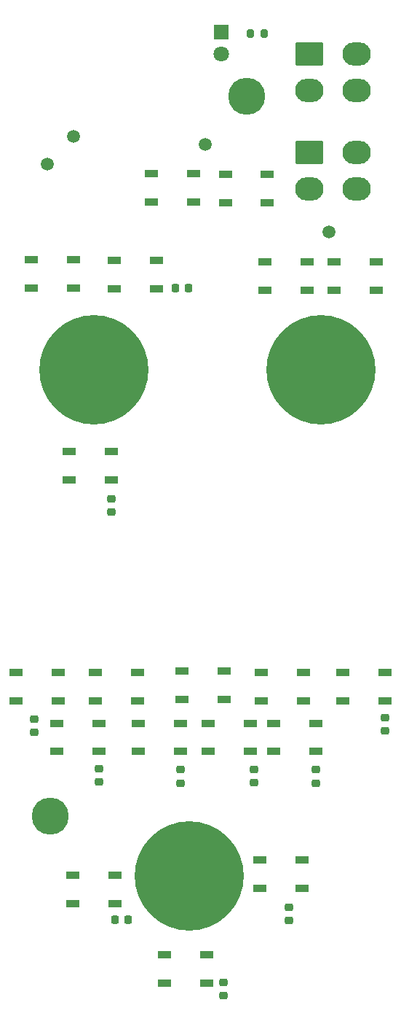
<source format=gbr>
%TF.GenerationSoftware,KiCad,Pcbnew,7.0.1*%
%TF.CreationDate,2023-04-12T19:10:25-08:00*%
%TF.ProjectId,APU ENG CRANK PANEL,41505520-454e-4472-9043-52414e4b2050,4*%
%TF.SameCoordinates,Original*%
%TF.FileFunction,Soldermask,Top*%
%TF.FilePolarity,Negative*%
%FSLAX46Y46*%
G04 Gerber Fmt 4.6, Leading zero omitted, Abs format (unit mm)*
G04 Created by KiCad (PCBNEW 7.0.1) date 2023-04-12 19:10:25*
%MOMM*%
%LPD*%
G01*
G04 APERTURE LIST*
G04 Aperture macros list*
%AMRoundRect*
0 Rectangle with rounded corners*
0 $1 Rounding radius*
0 $2 $3 $4 $5 $6 $7 $8 $9 X,Y pos of 4 corners*
0 Add a 4 corners polygon primitive as box body*
4,1,4,$2,$3,$4,$5,$6,$7,$8,$9,$2,$3,0*
0 Add four circle primitives for the rounded corners*
1,1,$1+$1,$2,$3*
1,1,$1+$1,$4,$5*
1,1,$1+$1,$6,$7*
1,1,$1+$1,$8,$9*
0 Add four rect primitives between the rounded corners*
20,1,$1+$1,$2,$3,$4,$5,0*
20,1,$1+$1,$4,$5,$6,$7,0*
20,1,$1+$1,$6,$7,$8,$9,0*
20,1,$1+$1,$8,$9,$2,$3,0*%
G04 Aperture macros list end*
%ADD10R,1.500000X0.900000*%
%ADD11RoundRect,0.200000X-0.200000X-0.275000X0.200000X-0.275000X0.200000X0.275000X-0.200000X0.275000X0*%
%ADD12RoundRect,0.225000X0.250000X-0.225000X0.250000X0.225000X-0.250000X0.225000X-0.250000X-0.225000X0*%
%ADD13RoundRect,0.225000X0.225000X0.250000X-0.225000X0.250000X-0.225000X-0.250000X0.225000X-0.250000X0*%
%ADD14C,12.700000*%
%ADD15C,4.300000*%
%ADD16C,1.500000*%
%ADD17RoundRect,0.250001X-1.399999X1.099999X-1.399999X-1.099999X1.399999X-1.099999X1.399999X1.099999X0*%
%ADD18O,3.300000X2.700000*%
%ADD19R,1.800000X1.800000*%
%ADD20C,1.800000*%
G04 APERTURE END LIST*
D10*
%TO.C,D2*%
X163781400Y-62256600D03*
X163781400Y-65556600D03*
X168681400Y-65556600D03*
X168681400Y-62256600D03*
%TD*%
%TO.C,D3*%
X172378200Y-62383400D03*
X172378200Y-65683400D03*
X177278200Y-65683400D03*
X177278200Y-62383400D03*
%TD*%
%TO.C,D4*%
X149834600Y-72263800D03*
X149834600Y-75563800D03*
X154734600Y-75563800D03*
X154734600Y-72263800D03*
%TD*%
%TO.C,D5*%
X159475000Y-72314600D03*
X159475000Y-75614600D03*
X164375000Y-75614600D03*
X164375000Y-72314600D03*
%TD*%
%TO.C,D7*%
X177012600Y-72517800D03*
X177012600Y-75817800D03*
X181912600Y-75817800D03*
X181912600Y-72517800D03*
%TD*%
%TO.C,D8*%
X185066600Y-72517800D03*
X185066600Y-75817800D03*
X189966600Y-75817800D03*
X189966600Y-72517800D03*
%TD*%
%TO.C,D9*%
X148031200Y-120142000D03*
X148031200Y-123442000D03*
X152931200Y-123442000D03*
X152931200Y-120142000D03*
%TD*%
%TO.C,D10*%
X157276800Y-120192800D03*
X157276800Y-123492800D03*
X162176800Y-123492800D03*
X162176800Y-120192800D03*
%TD*%
%TO.C,D11*%
X167335200Y-119989600D03*
X167335200Y-123289600D03*
X172235200Y-123289600D03*
X172235200Y-119989600D03*
%TD*%
%TO.C,D12*%
X176580800Y-120192800D03*
X176580800Y-123492800D03*
X181480800Y-123492800D03*
X181480800Y-120192800D03*
%TD*%
%TO.C,D13*%
X186080400Y-120192800D03*
X186080400Y-123492800D03*
X190980400Y-123492800D03*
X190980400Y-120192800D03*
%TD*%
%TO.C,D14*%
X152769400Y-126061200D03*
X152769400Y-129361200D03*
X157669400Y-129361200D03*
X157669400Y-126061200D03*
%TD*%
%TO.C,D15*%
X162269000Y-126061200D03*
X162269000Y-129361200D03*
X167169000Y-129361200D03*
X167169000Y-126061200D03*
%TD*%
%TO.C,D16*%
X170397000Y-126061200D03*
X170397000Y-129361200D03*
X175297000Y-129361200D03*
X175297000Y-126061200D03*
%TD*%
%TO.C,D17*%
X178017000Y-126061200D03*
X178017000Y-129361200D03*
X182917000Y-129361200D03*
X182917000Y-126061200D03*
%TD*%
%TO.C,D20*%
X176366000Y-141936200D03*
X176366000Y-145236200D03*
X181266000Y-145236200D03*
X181266000Y-141936200D03*
%TD*%
%TO.C,D18*%
X154649000Y-143714200D03*
X154649000Y-147014200D03*
X159549000Y-147014200D03*
X159549000Y-143714200D03*
%TD*%
%TO.C,D19*%
X165317000Y-152909000D03*
X165317000Y-156209000D03*
X170217000Y-156209000D03*
X170217000Y-152909000D03*
%TD*%
%TO.C,D6*%
X154242600Y-94489000D03*
X154242600Y-97789000D03*
X159142600Y-97789000D03*
X159142600Y-94489000D03*
%TD*%
D11*
%TO.C,R1*%
X175265700Y-46029900D03*
X176915700Y-46029900D03*
%TD*%
D12*
%TO.C,C11*%
X172186600Y-157703900D03*
X172186600Y-156153900D03*
%TD*%
D13*
%TO.C,C10*%
X161093700Y-148892500D03*
X159543700Y-148892500D03*
%TD*%
D12*
%TO.C,C12*%
X179804100Y-148961200D03*
X179804100Y-147411200D03*
%TD*%
%TO.C,C6*%
X157670500Y-132867700D03*
X157670500Y-131317700D03*
%TD*%
%TO.C,C7*%
X167159900Y-133007400D03*
X167159900Y-131457400D03*
%TD*%
%TO.C,C8*%
X175740100Y-132987100D03*
X175740100Y-131437100D03*
%TD*%
%TO.C,C9*%
X182915600Y-133012600D03*
X182915600Y-131462600D03*
%TD*%
%TO.C,C5*%
X150187700Y-127104500D03*
X150187700Y-125554500D03*
%TD*%
%TO.C,C4*%
X190934300Y-126972400D03*
X190934300Y-125422400D03*
%TD*%
%TO.C,C3*%
X159158900Y-101562200D03*
X159158900Y-100012200D03*
%TD*%
D13*
%TO.C,C2*%
X168135600Y-75572600D03*
X166585600Y-75572600D03*
%TD*%
D14*
%TO.C,H3*%
X157099000Y-85039200D03*
%TD*%
%TO.C,H4*%
X183515000Y-85039200D03*
%TD*%
D15*
%TO.C,H1*%
X174879000Y-53289200D03*
%TD*%
%TO.C,H2*%
X152019000Y-136855200D03*
%TD*%
D14*
%TO.C,H5*%
X168211500Y-143776700D03*
%TD*%
D16*
%TO.C,TP3*%
X151638000Y-61163200D03*
%TD*%
%TO.C,TP1*%
X154686000Y-57988200D03*
%TD*%
%TO.C,TP4*%
X184404000Y-69037200D03*
%TD*%
%TO.C,TP2*%
X170053000Y-58877200D03*
%TD*%
D17*
%TO.C,J2*%
X182128200Y-59824600D03*
D18*
X182128200Y-64024600D03*
X187628200Y-59824600D03*
X187628200Y-64024600D03*
%TD*%
D19*
%TO.C,D1*%
X171932600Y-45816600D03*
D20*
X171932600Y-48356600D03*
%TD*%
D17*
%TO.C,J1*%
X182128200Y-48381900D03*
D18*
X182128200Y-52581900D03*
X187628200Y-48381900D03*
X187628200Y-52581900D03*
%TD*%
M02*

</source>
